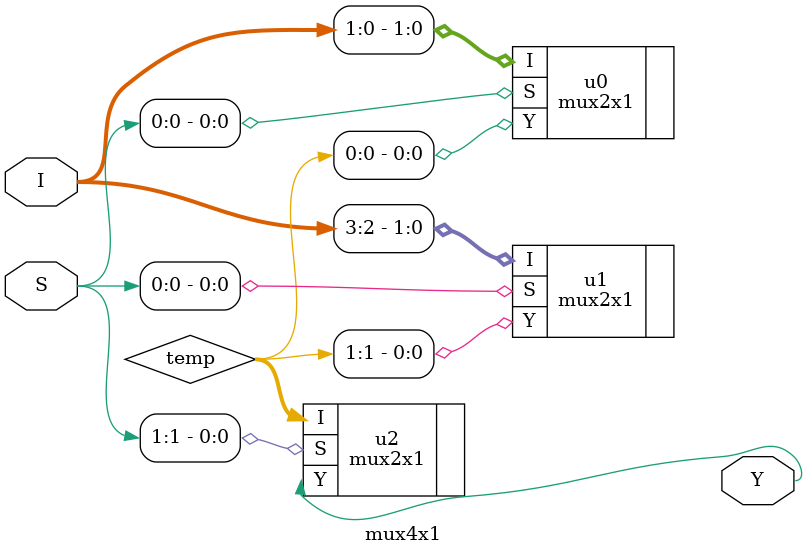
<source format=v>
module mux4x1(I,S,Y);

input [3:0]I;
input [1:0]S;
output Y;

wire [1:0]temp;



mux2x1 u0(.I(I[1:0]),.S(S[0]),.Y(temp[0]));
mux2x1 u1(.I(I[3:2]),.S(S[0]),.Y(temp[1]));
mux2x1 u2(.I(temp),.S(S[1]),.Y(Y));
endmodule
</source>
